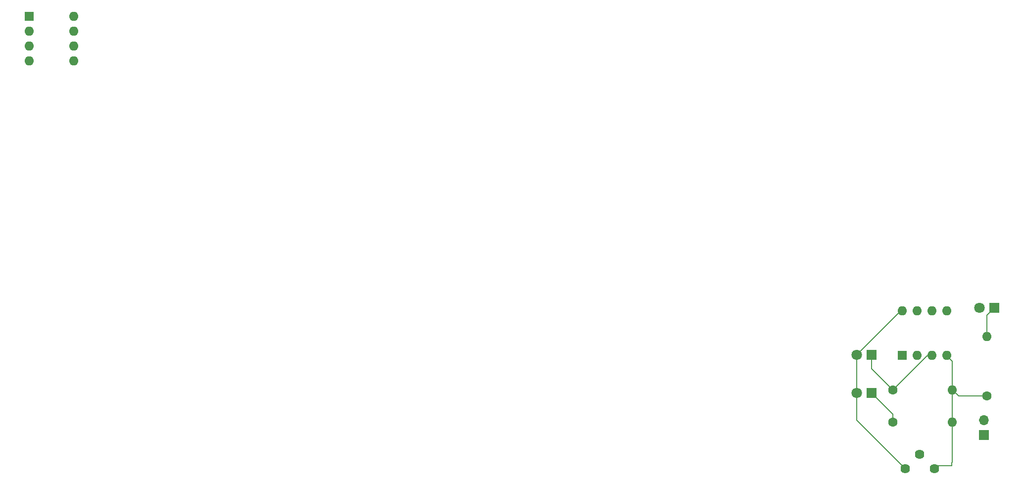
<source format=gbr>
%TF.GenerationSoftware,KiCad,Pcbnew,8.0.8-8.0.8-0~ubuntu24.04.1*%
%TF.CreationDate,2025-05-21T20:48:50+05:30*%
%TF.ProjectId,2,322e6b69-6361-4645-9f70-636258585858,rev?*%
%TF.SameCoordinates,Original*%
%TF.FileFunction,Copper,L1,Top*%
%TF.FilePolarity,Positive*%
%FSLAX46Y46*%
G04 Gerber Fmt 4.6, Leading zero omitted, Abs format (unit mm)*
G04 Created by KiCad (PCBNEW 8.0.8-8.0.8-0~ubuntu24.04.1) date 2025-05-21 20:48:50*
%MOMM*%
%LPD*%
G01*
G04 APERTURE LIST*
%TA.AperFunction,ComponentPad*%
%ADD10R,1.800000X1.800000*%
%TD*%
%TA.AperFunction,ComponentPad*%
%ADD11C,1.800000*%
%TD*%
%TA.AperFunction,ComponentPad*%
%ADD12C,1.620000*%
%TD*%
%TA.AperFunction,ComponentPad*%
%ADD13R,1.600000X1.600000*%
%TD*%
%TA.AperFunction,ComponentPad*%
%ADD14O,1.600000X1.600000*%
%TD*%
%TA.AperFunction,ComponentPad*%
%ADD15R,1.700000X1.700000*%
%TD*%
%TA.AperFunction,ComponentPad*%
%ADD16O,1.700000X1.700000*%
%TD*%
%TA.AperFunction,ComponentPad*%
%ADD17C,1.600000*%
%TD*%
%TA.AperFunction,Conductor*%
%ADD18C,0.200000*%
%TD*%
G04 APERTURE END LIST*
D10*
%TO.P,IR LED,1,K*%
%TO.N,Net-(IR1-K)*%
X145270000Y-66000000D03*
D11*
%TO.P,IR LED,2,A*%
%TO.N,Net-(IR1-A)*%
X142730000Y-66000000D03*
%TD*%
D10*
%TO.P,PHOTODIODE,1,K*%
%TO.N,Net-(PHOTODIODE1-K)*%
X145270000Y-59500000D03*
D11*
%TO.P,PHOTODIODE,2,A*%
%TO.N,Net-(IR1-A)*%
X142730000Y-59500000D03*
%TD*%
D12*
%TO.P,10K-PONTENTIOMETER,1,1*%
%TO.N,Net-(IR1-A)*%
X151000000Y-79000000D03*
%TO.P,10K-PONTENTIOMETER,2,2*%
%TO.N,Net-(U1A--)*%
X153500000Y-76500000D03*
%TO.P,10K-PONTENTIOMETER,3,3*%
%TO.N,Net-(POWER1-Pin_2)*%
X156000000Y-79000000D03*
%TD*%
D10*
%TO.P,LED,1,K*%
%TO.N,Net-(LED1-K)*%
X166270000Y-51500000D03*
D11*
%TO.P,LED,2,A*%
%TO.N,Net-(LED1-A)*%
X163730000Y-51500000D03*
%TD*%
D13*
%TO.P,LM358,1*%
%TO.N,N/C*%
X1125000Y-1575000D03*
D14*
%TO.P,LM358,2*%
X1125000Y-4115000D03*
%TO.P,LM358,3*%
X1125000Y-6655000D03*
%TO.P,LM358,4*%
X1125000Y-9195000D03*
%TO.P,LM358,5,+*%
%TO.N,unconnected-(LM358B-+-Pad5)*%
X8745000Y-9195000D03*
%TO.P,LM358,6,-*%
%TO.N,unconnected-(LM358B---Pad6)*%
X8745000Y-6655000D03*
%TO.P,LM358,7*%
%TO.N,unconnected-(LM358-Pad7)*%
X8745000Y-4115000D03*
%TO.P,LM358,8*%
%TO.N,N/C*%
X8745000Y-1575000D03*
%TD*%
D15*
%TO.P,POWER,1,Pin_1*%
%TO.N,Net-(IR1-A)*%
X164500000Y-73275000D03*
D16*
%TO.P,POWER,2,Pin_2*%
%TO.N,Net-(POWER1-Pin_2)*%
X164500000Y-70735000D03*
%TD*%
D17*
%TO.P,220R,1*%
%TO.N,Net-(POWER1-Pin_2)*%
X165000000Y-66580000D03*
D14*
%TO.P,220R,2*%
%TO.N,Net-(LED1-K)*%
X165000000Y-56420000D03*
%TD*%
D13*
%TO.P,LM358,1*%
%TO.N,Net-(LED1-A)*%
X150460000Y-59620000D03*
D14*
%TO.P,LM358,2,-*%
%TO.N,Net-(U1A--)*%
X153000000Y-59620000D03*
%TO.P,LM358,3,+*%
%TO.N,Net-(PHOTODIODE1-K)*%
X155540000Y-59620000D03*
%TO.P,LM358,4,V-*%
%TO.N,Net-(POWER1-Pin_2)*%
X158080000Y-59620000D03*
%TO.P,LM358,5*%
%TO.N,N/C*%
X158080000Y-52000000D03*
%TO.P,LM358,6*%
X155540000Y-52000000D03*
%TO.P,LM358,7*%
X153000000Y-52000000D03*
%TO.P,LM358,8,V+*%
%TO.N,Net-(IR1-A)*%
X150460000Y-52000000D03*
%TD*%
D17*
%TO.P,10KR,1*%
%TO.N,Net-(PHOTODIODE1-K)*%
X148920000Y-65500000D03*
D14*
%TO.P,10KR,2*%
%TO.N,Net-(POWER1-Pin_2)*%
X159080000Y-65500000D03*
%TD*%
D17*
%TO.P,220R,1*%
%TO.N,Net-(IR1-K)*%
X148920000Y-71000000D03*
D14*
%TO.P,220R,2*%
%TO.N,Net-(POWER1-Pin_2)*%
X159080000Y-71000000D03*
%TD*%
D18*
%TO.N,Net-(IR1-A)*%
X142730000Y-59500000D02*
X150230000Y-52000000D01*
X151000000Y-79000000D02*
X142730000Y-70730000D01*
X142730000Y-70730000D02*
X142730000Y-66000000D01*
X142730000Y-66000000D02*
X142730000Y-59500000D01*
X150230000Y-52000000D02*
X150460000Y-52000000D01*
%TO.N,Net-(POWER1-Pin_2)*%
X159080000Y-65500000D02*
X159080000Y-60620000D01*
X159080000Y-77920000D02*
X159080000Y-71000000D01*
X156500000Y-78500000D02*
X159000000Y-78500000D01*
X165000000Y-66580000D02*
X160160000Y-66580000D01*
X159080000Y-60620000D02*
X158080000Y-59620000D01*
X159000000Y-78000000D02*
X159080000Y-77920000D01*
X156000000Y-79000000D02*
X156500000Y-78500000D01*
X159080000Y-71000000D02*
X159080000Y-65500000D01*
X160160000Y-66580000D02*
X159080000Y-65500000D01*
X159000000Y-78500000D02*
X159000000Y-78000000D01*
%TO.N,Net-(PHOTODIODE1-K)*%
X145270000Y-59500000D02*
X145270000Y-61850000D01*
X148920000Y-65500000D02*
X154800000Y-59620000D01*
X154800000Y-59620000D02*
X155540000Y-59620000D01*
X145270000Y-61850000D02*
X148920000Y-65500000D01*
%TO.N,Net-(IR1-K)*%
X148920000Y-71000000D02*
X148920000Y-69650000D01*
X148920000Y-69650000D02*
X145270000Y-66000000D01*
%TO.N,Net-(LED1-K)*%
X165000000Y-52770000D02*
X166270000Y-51500000D01*
X165000000Y-56420000D02*
X165000000Y-52770000D01*
%TO.N,Net-(LED1-A)*%
X150120000Y-59620000D02*
X150500000Y-60000000D01*
X150460000Y-59620000D02*
X150120000Y-59620000D01*
%TD*%
M02*

</source>
